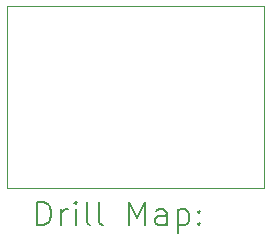
<source format=gbr>
%TF.GenerationSoftware,KiCad,Pcbnew,8.0.7*%
%TF.CreationDate,2024-12-30T14:37:35-05:00*%
%TF.ProjectId,SwitchBoard,53776974-6368-4426-9f61-72642e6b6963,rev?*%
%TF.SameCoordinates,Original*%
%TF.FileFunction,Drillmap*%
%TF.FilePolarity,Positive*%
%FSLAX45Y45*%
G04 Gerber Fmt 4.5, Leading zero omitted, Abs format (unit mm)*
G04 Created by KiCad (PCBNEW 8.0.7) date 2024-12-30 14:37:35*
%MOMM*%
%LPD*%
G01*
G04 APERTURE LIST*
%ADD10C,0.050000*%
%ADD11C,0.200000*%
G04 APERTURE END LIST*
D10*
X15590000Y-5980000D02*
X17770000Y-5980000D01*
X17770000Y-7520000D01*
X15590000Y-7520000D01*
X15590000Y-5980000D01*
D11*
X15848277Y-7833984D02*
X15848277Y-7633984D01*
X15848277Y-7633984D02*
X15895896Y-7633984D01*
X15895896Y-7633984D02*
X15924467Y-7643508D01*
X15924467Y-7643508D02*
X15943515Y-7662555D01*
X15943515Y-7662555D02*
X15953039Y-7681603D01*
X15953039Y-7681603D02*
X15962562Y-7719698D01*
X15962562Y-7719698D02*
X15962562Y-7748269D01*
X15962562Y-7748269D02*
X15953039Y-7786365D01*
X15953039Y-7786365D02*
X15943515Y-7805412D01*
X15943515Y-7805412D02*
X15924467Y-7824460D01*
X15924467Y-7824460D02*
X15895896Y-7833984D01*
X15895896Y-7833984D02*
X15848277Y-7833984D01*
X16048277Y-7833984D02*
X16048277Y-7700650D01*
X16048277Y-7738746D02*
X16057801Y-7719698D01*
X16057801Y-7719698D02*
X16067324Y-7710174D01*
X16067324Y-7710174D02*
X16086372Y-7700650D01*
X16086372Y-7700650D02*
X16105420Y-7700650D01*
X16172086Y-7833984D02*
X16172086Y-7700650D01*
X16172086Y-7633984D02*
X16162562Y-7643508D01*
X16162562Y-7643508D02*
X16172086Y-7653031D01*
X16172086Y-7653031D02*
X16181610Y-7643508D01*
X16181610Y-7643508D02*
X16172086Y-7633984D01*
X16172086Y-7633984D02*
X16172086Y-7653031D01*
X16295896Y-7833984D02*
X16276848Y-7824460D01*
X16276848Y-7824460D02*
X16267324Y-7805412D01*
X16267324Y-7805412D02*
X16267324Y-7633984D01*
X16400658Y-7833984D02*
X16381610Y-7824460D01*
X16381610Y-7824460D02*
X16372086Y-7805412D01*
X16372086Y-7805412D02*
X16372086Y-7633984D01*
X16629229Y-7833984D02*
X16629229Y-7633984D01*
X16629229Y-7633984D02*
X16695896Y-7776841D01*
X16695896Y-7776841D02*
X16762562Y-7633984D01*
X16762562Y-7633984D02*
X16762562Y-7833984D01*
X16943515Y-7833984D02*
X16943515Y-7729222D01*
X16943515Y-7729222D02*
X16933991Y-7710174D01*
X16933991Y-7710174D02*
X16914944Y-7700650D01*
X16914944Y-7700650D02*
X16876848Y-7700650D01*
X16876848Y-7700650D02*
X16857801Y-7710174D01*
X16943515Y-7824460D02*
X16924467Y-7833984D01*
X16924467Y-7833984D02*
X16876848Y-7833984D01*
X16876848Y-7833984D02*
X16857801Y-7824460D01*
X16857801Y-7824460D02*
X16848277Y-7805412D01*
X16848277Y-7805412D02*
X16848277Y-7786365D01*
X16848277Y-7786365D02*
X16857801Y-7767317D01*
X16857801Y-7767317D02*
X16876848Y-7757793D01*
X16876848Y-7757793D02*
X16924467Y-7757793D01*
X16924467Y-7757793D02*
X16943515Y-7748269D01*
X17038753Y-7700650D02*
X17038753Y-7900650D01*
X17038753Y-7710174D02*
X17057801Y-7700650D01*
X17057801Y-7700650D02*
X17095896Y-7700650D01*
X17095896Y-7700650D02*
X17114944Y-7710174D01*
X17114944Y-7710174D02*
X17124467Y-7719698D01*
X17124467Y-7719698D02*
X17133991Y-7738746D01*
X17133991Y-7738746D02*
X17133991Y-7795888D01*
X17133991Y-7795888D02*
X17124467Y-7814936D01*
X17124467Y-7814936D02*
X17114944Y-7824460D01*
X17114944Y-7824460D02*
X17095896Y-7833984D01*
X17095896Y-7833984D02*
X17057801Y-7833984D01*
X17057801Y-7833984D02*
X17038753Y-7824460D01*
X17219705Y-7814936D02*
X17229229Y-7824460D01*
X17229229Y-7824460D02*
X17219705Y-7833984D01*
X17219705Y-7833984D02*
X17210182Y-7824460D01*
X17210182Y-7824460D02*
X17219705Y-7814936D01*
X17219705Y-7814936D02*
X17219705Y-7833984D01*
X17219705Y-7710174D02*
X17229229Y-7719698D01*
X17229229Y-7719698D02*
X17219705Y-7729222D01*
X17219705Y-7729222D02*
X17210182Y-7719698D01*
X17210182Y-7719698D02*
X17219705Y-7710174D01*
X17219705Y-7710174D02*
X17219705Y-7729222D01*
M02*

</source>
